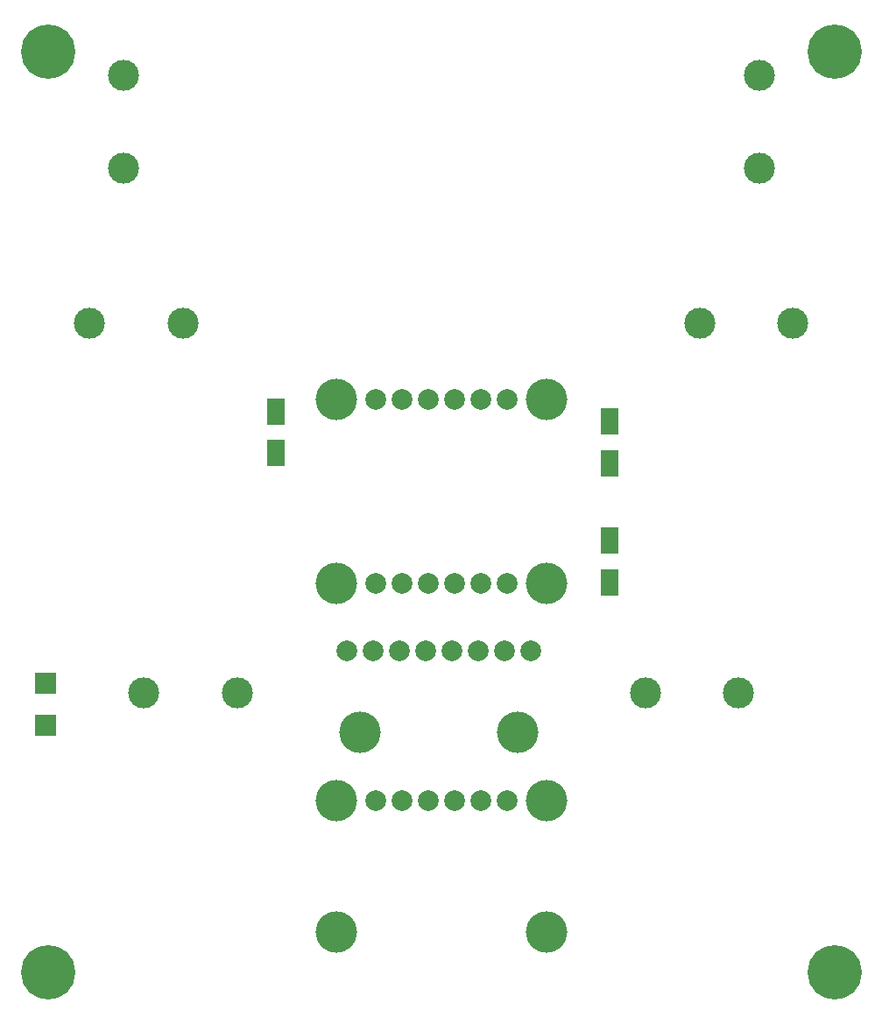
<source format=gbr>
%TF.GenerationSoftware,KiCad,Pcbnew,(5.1.10)-1*%
%TF.CreationDate,2022-06-07T20:30:13-07:00*%
%TF.ProjectId,solar-panel-WithCutout,736f6c61-722d-4706-916e-656c2d576974,1.1*%
%TF.SameCoordinates,Original*%
%TF.FileFunction,Soldermask,Top*%
%TF.FilePolarity,Negative*%
%FSLAX46Y46*%
G04 Gerber Fmt 4.6, Leading zero omitted, Abs format (unit mm)*
G04 Created by KiCad (PCBNEW (5.1.10)-1) date 2022-06-07 20:30:13*
%MOMM*%
%LPD*%
G01*
G04 APERTURE LIST*
%ADD10R,2.000000X2.000000*%
%ADD11C,5.250000*%
%ADD12R,1.700000X2.500000*%
%ADD13C,4.000000*%
%ADD14C,2.000000*%
%ADD15C,3.000000*%
G04 APERTURE END LIST*
D10*
%TO.C,J7*%
X103224999Y-119325001D03*
%TD*%
%TO.C,J6*%
X103224999Y-115275001D03*
%TD*%
D11*
%TO.C,J5*%
X179500000Y-143230000D03*
%TD*%
%TO.C,J4*%
X179500000Y-54230000D03*
%TD*%
%TO.C,J3*%
X103500000Y-143230000D03*
%TD*%
%TO.C,J2*%
X103500000Y-54230000D03*
%TD*%
D12*
%TO.C,D3*%
X157750000Y-90000000D03*
X157750000Y-94000000D03*
%TD*%
%TO.C,D2*%
X157750000Y-105500000D03*
X157750000Y-101500000D03*
%TD*%
%TO.C,D1*%
X125500000Y-89000000D03*
X125500000Y-93000000D03*
%TD*%
D13*
%TO.C,U3*%
X148870000Y-120060000D03*
X133630000Y-120060000D03*
D14*
X145060000Y-112186000D03*
X142520000Y-112186000D03*
X150140000Y-112186000D03*
X147600000Y-112186000D03*
X132360000Y-112186000D03*
X134900000Y-112186000D03*
X137440000Y-112186000D03*
X139980000Y-112186000D03*
%TD*%
%TO.C,U2*%
X137690000Y-105640000D03*
X135150000Y-105640000D03*
D13*
X131340000Y-105640000D03*
D14*
X147850000Y-105640000D03*
D13*
X151660000Y-105640000D03*
D14*
X145310000Y-105640000D03*
X142770000Y-105640000D03*
X140230000Y-105640000D03*
D13*
X151660000Y-87860000D03*
D14*
X145310000Y-87860000D03*
X142770000Y-87860000D03*
X147850000Y-87860000D03*
X135150000Y-87860000D03*
X137690000Y-87860000D03*
X140230000Y-87860000D03*
D13*
X131340000Y-87860000D03*
%TD*%
%TO.C,U1*%
X151660000Y-139350000D03*
X131340000Y-139350000D03*
X151660000Y-126650000D03*
D14*
X145310000Y-126650000D03*
X142770000Y-126650000D03*
X147850000Y-126650000D03*
X135150000Y-126650000D03*
X137690000Y-126650000D03*
X140230000Y-126650000D03*
D13*
X131340000Y-126650000D03*
%TD*%
D15*
%TO.C,SC6*%
X110750000Y-56500000D03*
X110750000Y-65500000D03*
%TD*%
%TO.C,SC5*%
X172250000Y-65500000D03*
X172250000Y-56500000D03*
%TD*%
%TO.C,SC4*%
X175500000Y-80500000D03*
X166500000Y-80500000D03*
%TD*%
%TO.C,SC3*%
X170250000Y-116250000D03*
X161250000Y-116250000D03*
%TD*%
%TO.C,SC2*%
X121750000Y-116250000D03*
X112750000Y-116250000D03*
%TD*%
%TO.C,SC1*%
X116500000Y-80500000D03*
X107500000Y-80500000D03*
%TD*%
M02*

</source>
